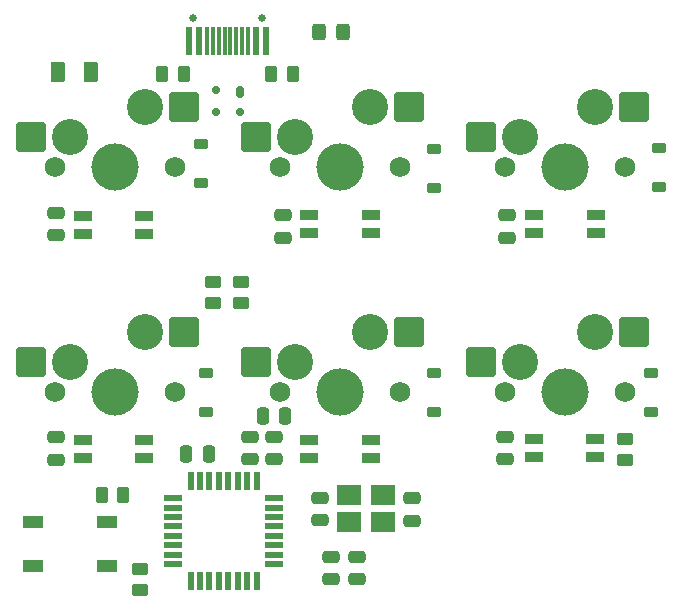
<source format=gbr>
G04 #@! TF.GenerationSoftware,KiCad,Pcbnew,8.0.2*
G04 #@! TF.CreationDate,2024-06-23T16:14:43-05:00*
G04 #@! TF.ProjectId,6KeyMacroPad,364b6579-4d61-4637-926f-5061642e6b69,rev?*
G04 #@! TF.SameCoordinates,Original*
G04 #@! TF.FileFunction,Soldermask,Bot*
G04 #@! TF.FilePolarity,Negative*
%FSLAX46Y46*%
G04 Gerber Fmt 4.6, Leading zero omitted, Abs format (unit mm)*
G04 Created by KiCad (PCBNEW 8.0.2) date 2024-06-23 16:14:43*
%MOMM*%
%LPD*%
G01*
G04 APERTURE LIST*
G04 Aperture macros list*
%AMRoundRect*
0 Rectangle with rounded corners*
0 $1 Rounding radius*
0 $2 $3 $4 $5 $6 $7 $8 $9 X,Y pos of 4 corners*
0 Add a 4 corners polygon primitive as box body*
4,1,4,$2,$3,$4,$5,$6,$7,$8,$9,$2,$3,0*
0 Add four circle primitives for the rounded corners*
1,1,$1+$1,$2,$3*
1,1,$1+$1,$4,$5*
1,1,$1+$1,$6,$7*
1,1,$1+$1,$8,$9*
0 Add four rect primitives between the rounded corners*
20,1,$1+$1,$2,$3,$4,$5,0*
20,1,$1+$1,$4,$5,$6,$7,0*
20,1,$1+$1,$6,$7,$8,$9,0*
20,1,$1+$1,$8,$9,$2,$3,0*%
G04 Aperture macros list end*
%ADD10R,1.800000X1.100000*%
%ADD11RoundRect,0.082000X-0.718000X0.328000X-0.718000X-0.328000X0.718000X-0.328000X0.718000X0.328000X0*%
%ADD12RoundRect,0.250000X-1.025000X-1.000000X1.025000X-1.000000X1.025000X1.000000X-1.025000X1.000000X0*%
%ADD13C,1.750000*%
%ADD14C,3.050000*%
%ADD15C,4.000000*%
%ADD16RoundRect,0.250000X0.475000X-0.250000X0.475000X0.250000X-0.475000X0.250000X-0.475000X-0.250000X0*%
%ADD17RoundRect,0.250000X-0.262500X-0.450000X0.262500X-0.450000X0.262500X0.450000X-0.262500X0.450000X0*%
%ADD18RoundRect,0.250000X0.450000X-0.262500X0.450000X0.262500X-0.450000X0.262500X-0.450000X-0.262500X0*%
%ADD19RoundRect,0.250000X-0.450000X0.262500X-0.450000X-0.262500X0.450000X-0.262500X0.450000X0.262500X0*%
%ADD20RoundRect,0.175000X0.175000X0.325000X-0.175000X0.325000X-0.175000X-0.325000X0.175000X-0.325000X0*%
%ADD21RoundRect,0.150000X0.200000X0.150000X-0.200000X0.150000X-0.200000X-0.150000X0.200000X-0.150000X0*%
%ADD22RoundRect,0.250000X-0.475000X0.250000X-0.475000X-0.250000X0.475000X-0.250000X0.475000X0.250000X0*%
%ADD23RoundRect,0.250000X0.250000X0.475000X-0.250000X0.475000X-0.250000X-0.475000X0.250000X-0.475000X0*%
%ADD24RoundRect,0.250000X-0.325000X-0.450000X0.325000X-0.450000X0.325000X0.450000X-0.325000X0.450000X0*%
%ADD25R,2.100000X1.800000*%
%ADD26RoundRect,0.225000X0.375000X-0.225000X0.375000X0.225000X-0.375000X0.225000X-0.375000X-0.225000X0*%
%ADD27RoundRect,0.250000X0.262500X0.450000X-0.262500X0.450000X-0.262500X-0.450000X0.262500X-0.450000X0*%
%ADD28RoundRect,0.250000X-0.250000X-0.475000X0.250000X-0.475000X0.250000X0.475000X-0.250000X0.475000X0*%
%ADD29RoundRect,0.250000X0.375000X0.625000X-0.375000X0.625000X-0.375000X-0.625000X0.375000X-0.625000X0*%
%ADD30R,0.600000X2.450000*%
%ADD31R,0.300000X2.450000*%
%ADD32C,0.650000*%
%ADD33R,0.550000X1.600000*%
%ADD34R,1.600000X0.550000*%
G04 APERTURE END LIST*
D10*
X144700000Y-113950000D03*
X150900000Y-113950000D03*
X144700000Y-110250000D03*
X150900000Y-110250000D03*
D11*
X187106250Y-84246250D03*
X187106250Y-85746250D03*
X192306250Y-85746250D03*
X192306250Y-84246250D03*
D12*
X195548250Y-94138750D03*
X182621250Y-96678750D03*
D13*
X194786250Y-99218750D03*
D14*
X192246250Y-94138750D03*
D15*
X189706250Y-99218750D03*
D14*
X185896250Y-96678750D03*
D13*
X184626250Y-99218750D03*
D11*
X148887500Y-84302500D03*
X148887500Y-85802500D03*
X154087500Y-85802500D03*
X154087500Y-84302500D03*
D12*
X157448250Y-94138750D03*
X144521250Y-96678750D03*
D13*
X156686250Y-99218750D03*
D14*
X154146250Y-94138750D03*
D15*
X151606250Y-99218750D03*
D14*
X147796250Y-96678750D03*
D13*
X146526250Y-99218750D03*
D11*
X148887500Y-103302500D03*
X148887500Y-104802500D03*
X154087500Y-104802500D03*
X154087500Y-103302500D03*
D12*
X195548250Y-75088750D03*
X182621250Y-77628750D03*
D13*
X194786250Y-80168750D03*
D14*
X192246250Y-75088750D03*
D15*
X189706250Y-80168750D03*
D14*
X185896250Y-77628750D03*
D13*
X184626250Y-80168750D03*
D11*
X168056250Y-84246250D03*
X168056250Y-85746250D03*
X173256250Y-85746250D03*
X173256250Y-84246250D03*
X168056250Y-103296250D03*
X168056250Y-104796250D03*
X173256250Y-104796250D03*
X173256250Y-103296250D03*
D12*
X176498250Y-75088750D03*
X163571250Y-77628750D03*
D13*
X175736250Y-80168750D03*
D14*
X173196250Y-75088750D03*
D15*
X170656250Y-80168750D03*
D14*
X166846250Y-77628750D03*
D13*
X165576250Y-80168750D03*
D12*
X176498250Y-94138750D03*
X163571250Y-96678750D03*
D13*
X175736250Y-99218750D03*
D14*
X173196250Y-94138750D03*
D15*
X170656250Y-99218750D03*
D14*
X166846250Y-96678750D03*
D13*
X165576250Y-99218750D03*
D12*
X157448250Y-75088750D03*
X144521250Y-77628750D03*
D13*
X156686250Y-80168750D03*
D14*
X154146250Y-75088750D03*
D15*
X151606250Y-80168750D03*
D14*
X147796250Y-77628750D03*
D13*
X146526250Y-80168750D03*
D11*
X187087500Y-103202500D03*
X187087500Y-104702500D03*
X192287500Y-104702500D03*
X192287500Y-103202500D03*
D16*
X176775000Y-110100000D03*
X176775000Y-108200000D03*
X163050000Y-103000000D03*
X163050000Y-104900000D03*
D17*
X150487500Y-107900000D03*
X152312500Y-107900000D03*
D18*
X153700000Y-116012500D03*
X153700000Y-114187500D03*
D19*
X159900000Y-91712500D03*
X159900000Y-89887500D03*
D20*
X162163000Y-73850000D03*
D21*
X162163000Y-75550000D03*
X160163000Y-75550000D03*
X160163000Y-73650000D03*
D16*
X146600000Y-85950000D03*
X146600000Y-84050000D03*
D22*
X169000000Y-108175000D03*
X169000000Y-110075000D03*
D23*
X159550000Y-104450000D03*
X157650000Y-104450000D03*
D16*
X146600000Y-104950000D03*
X146600000Y-103050000D03*
X165100000Y-104900000D03*
X165100000Y-103000000D03*
D17*
X164837500Y-72250000D03*
X166662500Y-72250000D03*
D24*
X168837500Y-68750000D03*
X170887500Y-68750000D03*
D25*
X171400000Y-107950000D03*
X174300000Y-107950000D03*
X174300000Y-110250000D03*
X171400000Y-110250000D03*
D26*
X178593750Y-100868750D03*
X178593750Y-97568750D03*
X197643750Y-81818750D03*
X197643750Y-78518750D03*
X178575000Y-81950000D03*
X178575000Y-78650000D03*
D19*
X162300000Y-91712500D03*
X162300000Y-89887500D03*
D27*
X157412500Y-72250000D03*
X155587500Y-72250000D03*
D28*
X164100000Y-101250000D03*
X166000000Y-101250000D03*
D26*
X196956250Y-100868750D03*
X196956250Y-97568750D03*
X158900000Y-81550000D03*
X158900000Y-78250000D03*
D16*
X184800000Y-86150000D03*
X184800000Y-84250000D03*
X184600000Y-104900000D03*
X184600000Y-103000000D03*
D29*
X149600000Y-72136000D03*
X146800000Y-72136000D03*
D16*
X165800000Y-86150000D03*
X165800000Y-84250000D03*
D30*
X164356250Y-69491250D03*
X163581250Y-69491250D03*
D31*
X162881250Y-69491250D03*
X162381250Y-69491250D03*
X161881250Y-69491250D03*
X161381250Y-69491250D03*
X160881250Y-69491250D03*
X160381250Y-69491250D03*
X159881250Y-69491250D03*
X159381250Y-69491250D03*
D30*
X158681250Y-69491250D03*
X157906250Y-69491250D03*
D32*
X164021250Y-67546250D03*
X158241250Y-67546250D03*
D16*
X172125000Y-115075000D03*
X172125000Y-113175000D03*
X169925000Y-115050000D03*
X169925000Y-113150000D03*
D33*
X163600000Y-106750000D03*
X162800000Y-106750000D03*
X162000000Y-106750000D03*
X161200000Y-106750000D03*
X160400000Y-106750000D03*
X159600000Y-106750000D03*
X158800000Y-106750000D03*
X158000000Y-106750000D03*
D34*
X156550000Y-108200000D03*
X156550000Y-109000000D03*
X156550000Y-109800000D03*
X156550000Y-110600000D03*
X156550000Y-111400000D03*
X156550000Y-112200000D03*
X156550000Y-113000000D03*
X156550000Y-113800000D03*
D33*
X158000000Y-115250000D03*
X158800000Y-115250000D03*
X159600000Y-115250000D03*
X160400000Y-115250000D03*
X161200000Y-115250000D03*
X162000000Y-115250000D03*
X162800000Y-115250000D03*
X163600000Y-115250000D03*
D34*
X165050000Y-113800000D03*
X165050000Y-113000000D03*
X165050000Y-112200000D03*
X165050000Y-111400000D03*
X165050000Y-110600000D03*
X165050000Y-109800000D03*
X165050000Y-109000000D03*
X165050000Y-108200000D03*
D26*
X159300000Y-100868750D03*
X159300000Y-97568750D03*
D19*
X194750000Y-103187500D03*
X194750000Y-105012500D03*
M02*

</source>
